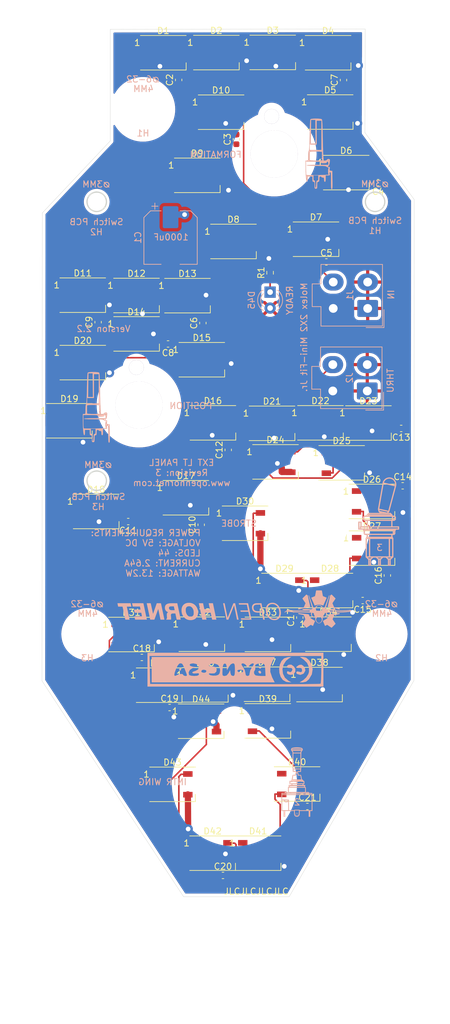
<source format=kicad_pcb>
(kicad_pcb (version 20211014) (generator pcbnew)
  (title_block (title "EXT LT PANEL") (date "2023-02-10") (rev "3"))
  (layers (0 "F.Cu" signal) (31 "B.Cu" signal) (34 "B.Paste" user) (35 "F.Paste" user) (36 "B.SilkS" user "B.Silkscreen") (37 "F.SilkS" user "F.Silkscreen") (38 "B.Mask" user) (39 "F.Mask" user) (44 "Edge.Cuts" user))
  (net 0 "")
  (net 1 "Net-(D1-Pad2)")
  (net 2 "Net-(D2-Pad2)")
  (net 3 "Net-(D3-Pad2)")
  (net 4 "Net-(D4-Pad2)")
  (net 5 "Net-(D5-Pad2)")
  (net 6 "Net-(D10-Pad4)")
  (net 7 "Net-(D7-Pad2)")
  (net 8 "Net-(D10-Pad2)")
  (net 9 "Net-(D11-Pad2)")
  (net 10 "Net-(D12-Pad2)")
  (net 11 "Net-(D13-Pad2)")
  (net 12 "Net-(D14-Pad2)")
  (net 13 "Net-(D15-Pad2)")
  (net 14 "Net-(D16-Pad2)")
  (net 15 "Net-(D17-Pad2)")
  (net 16 "Net-(D18-Pad2)")
  (net 17 "Net-(D19-Pad2)")
  (net 18 "Net-(D20-Pad2)")
  (net 19 "Net-(D21-Pad2)")
  (net 20 "Net-(D22-Pad2)")
  (net 21 "Net-(D23-Pad2)")
  (net 22 "Net-(D24-Pad2)")
  (net 23 "Net-(D25-Pad2)")
  (net 24 "Net-(D26-Pad2)")
  (net 25 "Net-(D27-Pad2)")
  (net 26 "Net-(D28-Pad2)")
  (net 27 "Net-(D29-Pad2)")
  (net 28 "Net-(D30-Pad2)")
  (net 29 "Net-(D31-Pad2)")
  (net 30 "Net-(D32-Pad2)")
  (net 31 "Net-(D33-Pad2)")
  (net 32 "Net-(D34-Pad2)")
  (net 33 "Net-(D35-Pad2)")
  (net 34 "Net-(D36-Pad2)")
  (net 35 "Net-(D37-Pad2)")
  (net 36 "Net-(D38-Pad2)")
  (net 37 "Net-(D39-Pad2)")
  (net 38 "Net-(D40-Pad2)")
  (net 39 "Net-(D41-Pad2)")
  (net 40 "Net-(D42-Pad2)")
  (net 41 "Net-(D43-Pad2)")
  (net 42 "Net-(D6-Pad2)")
  (net 43 "Net-(D8-Pad2)")
  (net 44 "/LEDGND")
  (net 45 "/LED+5V")
  (net 46 "/DATAIN")
  (net 47 "/DATAOUT")
  (net 48 "Net-(D45-Pad1)")
  (footprint "OH_Footprints:LED_WS2812B_PLCC4_5.0x5.0mm_P3.2mm" (layer "F.Cu") (at 111.365 31.064)
    (fp_text reference "D1")
    (fp_text value "WS2812B")
  )
  (footprint "OH_Footprints:LED_WS2812B_PLCC4_5.0x5.0mm_P3.2mm" (layer "F.Cu") (at 119.837 31.0388)
    (fp_text reference "D2")
    (fp_text value "WS2812B")
  )
  (footprint "OH_Footprints:LED_WS2812B_PLCC4_5.0x5.0mm_P3.2mm" (layer "F.Cu") (at 128.84 31.0132)
    (fp_text reference "D3")
    (fp_text value "WS2812B")
  )
  (footprint "OH_Footprints:LED_WS2812B_PLCC4_5.0x5.0mm_P3.2mm" (layer "F.Cu") (at 137.68 31.064)
    (fp_text reference "D4")
    (fp_text value "WS2812B")
  )
  (footprint "OH_Footprints:LED_WS2812B_PLCC4_5.0x5.0mm_P3.2mm" (layer "F.Cu") (at 138.012 40.5128)
    (fp_text reference "D5")
    (fp_text value "WS2812B")
  )
  (footprint "OH_Footprints:LED_WS2812B_PLCC4_5.0x5.0mm_P3.2mm" (layer "F.Cu") (at 140.575 50.1648)
    (fp_text reference "D6")
    (fp_text value "WS2812B")
  )
  (footprint "OH_Footprints:LED_WS2812B_PLCC4_5.0x5.0mm_P3.2mm" (layer "F.Cu") (at 135.749 60.782)
    (fp_text reference "D7")
    (fp_text value "WS2812B")
  )
  (footprint "OH_Footprints:LED_WS2812B_PLCC4_5.0x5.0mm_P3.2mm" (layer "F.Cu") (at 122.569 61.1376)
    (fp_text reference "D8")
    (fp_text value "WS2812B")
  )
  (footprint "OH_Footprints:LED_WS2812B_PLCC4_5.0x5.0mm_P3.2mm" (layer "F.Cu") (at 116.789 50.5968)
    (fp_text reference "D9")
    (fp_text value "WS2812B")
  )
  (footprint "OH_Footprints:LED_WS2812B_PLCC4_5.0x5.0mm_P3.2mm" (layer "F.Cu") (at 120.599 40.5384)
    (fp_text reference "D10")
    (fp_text value "WS2812B")
  )
  (footprint "OH_Footprints:LED_WS2812B_PLCC4_5.0x5.0mm_P3.2mm" (layer "F.Cu") (at 98.5012 69.6976)
    (fp_text reference "D11")
    (fp_text value "WS2812B")
  )
  (footprint "OH_Footprints:LED_WS2812B_PLCC4_5.0x5.0mm_P3.2mm" (layer "F.Cu") (at 107.086 69.7484)
    (fp_text reference "D12")
    (fp_text value "WS2812B")
  )
  (footprint "OH_Footprints:LED_WS2812B_PLCC4_5.0x5.0mm_P3.2mm" (layer "F.Cu") (at 115.226 69.7736)
    (fp_text reference "D13")
    (fp_text value "WS2812B")
  )
  (footprint "OH_Footprints:LED_WS2812B_PLCC4_5.0x5.0mm_P3.2mm" (layer "F.Cu") (at 107.098 75.8696)
    (fp_text reference "D14")
    (fp_text value "WS2812B")
  )
  (footprint "OH_Footprints:LED_WS2812B_PLCC4_5.0x5.0mm_P3.2mm" (layer "F.Cu") (at 117.512 79.9844)
    (fp_text reference "D15")
    (fp_text value "WS2812B")
  )
  (footprint "OH_Footprints:LED_WS2812B_PLCC4_5.0x5.0mm_P3.2mm" (layer "F.Cu") (at 119.29 90.0428)
    (fp_text reference "D16")
    (fp_text value "WS2812B")
  )
  (footprint "OH_Footprints:LED_WS2812B_PLCC4_5.0x5.0mm_P3.2mm" (layer "F.Cu") (at 114.972 101.981)
    (fp_text reference "D17")
    (fp_text value "WS2812B")
  )
  (footprint "OH_Footprints:LED_WS2812B_PLCC4_5.0x5.0mm_P3.2mm" (layer "F.Cu") (at 100.646 104.165)
    (fp_text reference "D18")
    (fp_text value "WS2812B")
  )
  (footprint "OH_Footprints:LED_WS2812B_PLCC4_5.0x5.0mm_P3.2mm" (layer "F.Cu") (at 96.3676 89.7128)
    (fp_text reference "D19")
    (fp_text value "WS2812B")
  )
  (footprint "OH_Footprints:LED_WS2812B_PLCC4_5.0x5.0mm_P3.2mm" (layer "F.Cu") (at 98.5128 80.4416)
    (fp_text reference "D20")
    (fp_text value "WS2812B")
  )
  (footprint "OH_Footprints:LED_WS2812B_PLCC4_5.0x5.0mm_P3.2mm" (layer "F.Cu") (at 128.727 90.1192)
    (fp_text reference "D21")
    (fp_text value "WS2812B")
  )
  (footprint "OH_Footprints:LED_WS2812B_PLCC4_5.0x5.0mm_P3.2mm" (layer "F.Cu") (at 136.46 90.0428)
    (fp_text reference "D22")
    (fp_text value "WS2812B")
  )
  (footprint "OH_Footprints:LED_WS2812B_PLCC4_5.0x5.0mm_P3.2mm" (layer "F.Cu") (at 144.12 90.0684)
    (fp_text reference "D23")
    (fp_text value "WS2812B")
  )
  (footprint "OH_Footprints:LED_WS2812B_PLCC4_5.0x5.0mm_P3.2mm" (layer "F.Cu") (at 129.286 96.266)
    (fp_text reference "D24")
    (fp_text value "WS2812B")
  )
  (footprint "OH_Footprints:LED_WS2812B_PLCC4_5.0x5.0mm_P3.2mm" (layer "F.Cu") (at 139.852 96.4184)
    (fp_text reference "D25")
    (fp_text value "WS2812B")
  )
  (footprint "OH_Footprints:LED_WS2812B_PLCC4_5.0x5.0mm_P3.2mm" (layer "F.Cu") (at 144.678 102.565)
    (fp_text reference "D26")
    (fp_text value "WS2812B")
  )
  (footprint "OH_Footprints:LED_WS2812B_PLCC4_5.0x5.0mm_P3.2mm" (layer "F.Cu") (at 144.69 110.007)
    (fp_text reference "D27")
    (fp_text value "WS2812B")
  )
  (footprint "OH_Footprints:LED_WS2812B_PLCC4_5.0x5.0mm_P3.2mm" (layer "F.Cu") (at 137.984 116.764)
    (fp_text reference "D28")
    (fp_text value "WS2812B")
  )
  (footprint "OH_Footprints:LED_WS2812B_PLCC4_5.0x5.0mm_P3.2mm" (layer "F.Cu") (at 130.72 116.764)
    (fp_text reference "D29")
    (fp_text value "WS2812B")
  )
  (footprint "OH_Footprints:LED_WS2812B_PLCC4_5.0x5.0mm_P3.2mm" (layer "F.Cu") (at 124.421 106.045)
    (fp_text reference "D30")
    (fp_text value "WS2812B")
  )
  (footprint "OH_Footprints:LED_WS2812B_PLCC4_5.0x5.0mm_P3.2mm" (layer "F.Cu") (at 106.285 123.774)
    (fp_text reference "D31")
    (fp_text value "WS2812B")
  )
  (footprint "OH_Footprints:LED_WS2812B_PLCC4_5.0x5.0mm_P3.2mm" (layer "F.Cu") (at 117.512 123.723)
    (fp_text reference "D32")
    (fp_text value "WS2812B")
  )
  (footprint "OH_Footprints:LED_WS2812B_PLCC4_5.0x5.0mm_P3.2mm" (layer "F.Cu") (at 128.067 123.749)
    (fp_text reference "D33")
    (fp_text value "WS2812B")
  )
  (footprint "OH_Footprints:LED_WS2812B_PLCC4_5.0x5.0mm_P3.2mm" (layer "F.Cu") (at 137.73 123.723)
    (fp_text reference "D34")
    (fp_text value "WS2812B")
  )
  (footprint "OH_Footprints:LED_WS2812B_PLCC4_5.0x5.0mm_P3.2mm" (layer "F.Cu") (at 110.705 131.851)
    (fp_text reference "D35")
    (fp_text value "WS2812B")
  )
  (footprint "OH_Footprints:LED_WS2812B_PLCC4_5.0x5.0mm_P3.2mm" (layer "F.Cu") (at 118.071 131.8)
    (fp_text reference "D36")
    (fp_text value "WS2812B")
  )
  (footprint "OH_Footprints:LED_WS2812B_PLCC4_5.0x5.0mm_P3.2mm" (layer "F.Cu") (at 127.926 131.699)
    (fp_text reference "D37")
    (fp_text value "WS2812B")
  )
  (footprint "OH_Footprints:LED_WS2812B_PLCC4_5.0x5.0mm_P3.2mm" (layer "F.Cu") (at 136.308 131.75)
    (fp_text reference "D38")
    (fp_text value "WS2812B")
  )
  (footprint "OH_Footprints:LED_WS2812B_PLCC4_5.0x5.0mm_P3.2mm" (layer "F.Cu") (at 128.055 137.541)
    (fp_text reference "D39")
    (fp_text value "WS2812B")
  )
  (footprint "OH_Footprints:LED_WS2812B_PLCC4_5.0x5.0mm_P3.2mm" (layer "F.Cu") (at 132.729 147.599)
    (fp_text reference "D40")
    (fp_text value "WS2812B")
  )
  (footprint "OH_Footprints:LED_WS2812B_PLCC4_5.0x5.0mm_P3.2mm" (layer "F.Cu") (at 126.504 158.623)
    (fp_text reference "D41")
    (fp_text value "WS2812B")
  )
  (footprint "OH_Footprints:LED_WS2812B_PLCC4_5.0x5.0mm_P3.2mm" (layer "F.Cu") (at 119.239 158.623)
    (fp_text reference "D42")
    (fp_text value "WS2812B")
  )
  (footprint "OH_Footprints:LED_WS2812B_PLCC4_5.0x5.0mm_P3.2mm" (layer "F.Cu") (at 112.838 147.65)
    (fp_text reference "D43")
    (fp_text value "WS2812B")
  )
  (footprint "OH_Footprints:LED_WS2812B_PLCC4_5.0x5.0mm_P3.2mm" (layer "F.Cu") (at 117.41 137.592)
    (fp_text reference "D44")
    (fp_text value "WS2812B")
  )
  (footprint "Kicad Footprint Files:100SpxToggle" (layer "F.Cu") (at 146.406 107.137)
    (fp_text reference "G3" hide)
    (fp_text value "LOGO" hide)
  )
  (footprint "OH_Footprints:C_0603_1608Metric" (layer "F.Cu") (at 113.82 35.395 90)
    (fp_text reference "C2")
    (fp_text value "C")
  )
  (footprint "OH_Footprints:C_0603_1608Metric" (layer "F.Cu") (at 123.038 44.8639 90)
    (fp_text reference "C3")
    (fp_text value "C")
  )
  (footprint "OH_Footprints:C_0603_1608Metric" (layer "F.Cu") (at 145.674 51.7652 180)
    (fp_text reference "C4")
    (fp_text value "C")
  )
  (footprint "OH_Footprints:C_0603_1608Metric" (layer "F.Cu") (at 137.404 64.3966)
    (fp_text reference "C5")
    (fp_text value "C")
  )
  (footprint "OH_Footprints:C_0603_1608Metric" (layer "F.Cu") (at 117.686 74.1375 90)
    (fp_text reference "C6")
    (fp_text value "C")
  )
  (footprint "OH_Footprints:C_0603_1608Metric" (layer "F.Cu") (at 140.139 35.4153 90)
    (fp_text reference "C7")
    (fp_text value "C")
  )
  (footprint "OH_Footprints:C_0603_1608Metric" (layer "F.Cu") (at 112.123 77.4675 180)
    (fp_text reference "C8")
    (fp_text value "C")
  )
  (footprint "OH_Footprints:C_0603_1608Metric" (layer "F.Cu") (at 100.957 73.9977 90)
    (fp_text reference "C9")
    (fp_text value "C")
  )
  (footprint "OH_Footprints:C_0603_1608Metric" (layer "F.Cu") (at 117.419 106.291 90)
    (fp_text reference "C10")
    (fp_text value "C")
  )
  (footprint "OH_Footprints:C_0603_1608Metric" (layer "F.Cu") (at 105.766 105.771 180)
    (fp_text reference "C11")
    (fp_text value "C")
  )
  (footprint "OH_Footprints:C_0603_1608Metric" (layer "F.Cu") (at 121.735 94.356 90)
    (fp_text reference "C12")
    (fp_text value "C")
  )
  (footprint "OH_Footprints:C_0603_1608Metric" (layer "F.Cu") (at 149.352 90.932 180)
    (fp_text reference "C13")
    (fp_text value "C")
  )
  (footprint "OH_Footprints:R_0603_1608Metric" (layer "F.Cu") (at 128.422 66.1212 90)
    (fp_text reference "R1")
    (fp_text value "R")
  )
  (footprint "OH_Footprints:C_0603_1608Metric" (layer "F.Cu") (at 149.591 100.076)
    (fp_text reference "C14")
    (fp_text value "C")
  )
  (footprint "OH_Footprints:C_0603_1608Metric" (layer "F.Cu") (at 143.203 118.359 180)
    (fp_text reference "C15")
    (fp_text value "C")
  )
  (footprint "OH_Footprints:C_0603_1608Metric" (layer "F.Cu") (at 147.147 114.364 90)
    (fp_text reference "C16")
    (fp_text value "C")
  )
  (footprint "OH_Footprints:C_0603_1608Metric" (layer "F.Cu") (at 133.165 121.072 90)
    (fp_text reference "C17")
    (fp_text value "C")
  )
  (footprint "OH_Footprints:C_0603_1608Metric" (layer "F.Cu") (at 107.942 127.427)
    (fp_text reference "C18")
    (fp_text value "C")
  )
  (footprint "OH_Footprints:C_0603_1608Metric" (layer "F.Cu") (at 112.37 135.412)
    (fp_text reference "C19")
    (fp_text value "C")
  )
  (footprint "OH_Footprints:C_0603_1608Metric" (layer "F.Cu") (at 120.894 162.164)
    (fp_text reference "C20")
    (fp_text value "C")
  )
  (footprint "OH_Footprints:C_0603_1608Metric" (layer "F.Cu") (at 134.376 151.178)
    (fp_text reference "C21")
    (fp_text value "C")
  )
  (footprint "OH_Backlighting:100SPX_Toggle_13mm_x_18mm" (layer "F.Cu") (at 134.4104 106.2482 180)
    (fp_text reference "3" hide)
    (fp_text value "100SPX_Toggle_13mm_x_18mm" hide)
  )
  (footprint "OH_Backlighting:100SPX_Toggle_13mm_x_18mm" (layer "F.Cu") (at 122.7264 147.5232 180)
    (fp_text reference "4" hide)
    (fp_text value "100SPX_Toggle_13mm_x_18mm" hide)
  )
  (footprint "OH_Backlighting:BR10K_Pot_11mm_x_11mm" (layer "F.Cu") (at 107.4864 87.1982 -176)
    (fp_text reference "2" hide)
    (fp_text value "BR10K_Pot_11mm_x_11mm" hide)
  )
  (footprint "OH_Backlighting:BR10K_Pot_11mm_x_11mm" (layer "F.Cu") (at 129.0764 47.1932 -176)
    (fp_text reference "1" hide)
    (fp_text value "BR10K_Pot_11mm_x_11mm" hide)
  )
  (footprint "OH_Backlighting:OH_Panel_6-32_PHS" (layer "F.Cu") (at 108.1214 40.0812)
    (fp_text reference "5" hide)
    (fp_text value "OH_Panel_Fastner_Keepout" hide)
  )
  (footprint "OH_Backlighting:OH_Panel_6-32_PHS" (layer "F.Cu") (at 99.2314 123.7107)
    (fp_text reference "6" hide)
    (fp_text value "OH_Panel_Fastner_Keepout" hide)
  )
  (footprint "OH_Backlighting:OH_Panel_6-32_PHS" (layer "F.Cu") (at 146.2214 123.7107)
    (fp_text reference "7" hide)
    (fp_text value "OH_Panel_Fastner_Keepout" hide)
  )
  (footprint "OH_Footprints:CP_Elec_8x10" (layer "B.Cu") (at 112.527 60.5168 -90)
    (fp_text reference "C1")
    (fp_text value "C_Polarized")
  )
  (footprint "OH_Footprints:Molex_Mini-Fit_Jr_5566-04A_2x02_P4.20mm_Vertical" (layer "B.Cu") (at 144.003 71.8083 90)
    (fp_text reference "J1")
    (fp_text value "Conn_01x04_Female")
  )
  (footprint "OH_Footprints:Molex_Mini-Fit_Jr_5566-04A_2x02_P4.20mm_Vertical" (layer "B.Cu") (at 143.934 84.9605 90)
    (fp_text reference "J2")
    (fp_text value "Conn_01x04_Female")
  )
  (footprint "Kicad Footprint Files:BR10KPot" (layer "B.Cu") (at 136.1948 47.1424 180)
    (fp_text reference "G1" hide)
    (fp_text value "LOGO" hide)
  )
  (footprint "Kicad Footprint Files:BR10KPot" (layer "B.Cu") (at 100.6348 87.5284 180)
    (fp_text reference "G2" hide)
    (fp_text value "LOGO" hide)
  )
  (footprint "Kicad Footprint Files:S2ALToggle" (layer "B.Cu") (at 132.842 147.4216 180)
    (fp_text reference "G4" hide)
    (fp_text value "LOGO" hide)
  )
  (footprint "OH_Footprints:LED_D3.0mm" (layer "B.Cu") (at 128.422 69.2125 -90)
    (fp_text reference "D45")
    (fp_text value "LED")
  )
  (footprint "OH_General:CC-BY-NC-SA-Small" (layer "B.Cu") (at 122.970144 129.3749 180)
    (fp_text reference "G***" hide)
    (fp_text value "LOGO" hide)
  )
  (footprint "OH_General:OH_LOGO_37.7mm_5.9mm" (layer "B.Cu") (at 122.89282 119.7229 180)
    (fp_text reference "G***" hide)
    (fp_text value "LOGO" hide)
  )
  (gr_line (start 102.9 45.1104) (end 102.9 27.3304) (layer "Edge.Cuts") (width 0.05))
  (gr_line (start 143.6116 27.2796) (end 143.5608 43.7896) (layer "Edge.Cuts") (width 0.05))
  (gr_line (start 114.6048 165.5572) (end 91.9988 131.1656) (layer "Edge.Cuts") (width 0.05))
  (gr_circle (center 100.7364 54.8132) (end 102.2864 54.8132) (layer "Edge.Cuts") (width 0.2) (fill none))
  (gr_line (start 151.384 121.3104) (end 151.384 131.1148) (layer "Edge.Cuts") (width 0.05))
  (gr_line (start 151.4348 54.4576) (end 151.384 121.3104) (layer "Edge.Cuts") (width 0.05))
  (gr_line (start 102.9 27.3304) (end 143.6116 27.2796) (layer "Edge.Cuts") (width 0.05))
  (gr_line (start 92.0496 56.5912) (end 102.9 45.1104) (layer "Edge.Cuts") (width 0.05))
  (gr_line (start 131.4704 165.5572) (end 114.6048 165.5572) (layer "Edge.Cuts") (width 0.05))
  (gr_line (start 151.384 131.1148) (end 131.4704 165.5572) (layer "Edge.Cuts") (width 0.05))
  (gr_line (start 91.9988 131.1656) (end 92.0496 56.5912) (layer "Edge.Cuts") (width 0.05))
  (gr_circle (center 100.7364 99.2632) (end 102.2864 99.2632) (layer "Edge.Cuts") (width 0.2) (fill none))
  (gr_circle (center 145.1864 54.8132) (end 146.7364 54.8132) (layer "Edge.Cuts") (width 0.2) (fill none))
  (gr_line (start 143.5608 43.7896) (end 151.4348 54.4576) (layer "Edge.Cuts") (width 0.05))
  (gr_text "Switch PCB\nH3" (at 100.9904 102.616) (layer "B.SilkS") (effects (font (size 1 1)) (justify mirror)))
  (gr_text "Molex 2X2 Mini-Fit Jr." (at 133.83768 76.40574 90) (layer "B.SilkS") (effects (font (size 1 1)) (justify mirror)))
  (gr_text "⌀3MM" (at 100.6856 52.0192) (layer "B.SilkS") (effects (font (size 1 1)) (justify mirror)))
  (gr_text "Switch PCB\nH1" (at 145.1864 58.6232) (layer "B.SilkS") (effects (font (size 1 1)) (justify mirror)))
  (gr_text "POSITION" (at 115.7732 87.3252) (layer "B.SilkS") (effects (font (size 1 1)) (justify mirror)))
  (gr_text "EXT LT PANEL\nRevision: 3\nwww.openhornet.com" (at 114.3 97.9932) (layer "B.SilkS") (effects (font (size 1 1)) (justify mirror)))
  (gr_text "IN" (at 147.73148 69.59854 90) (layer "B.SilkS") (effects (font (size 1 1)) (justify mirror)))
  (gr_text "FORMATION" (at 119.7356 47.2948) (layer "B.SilkS") (effects (font (size 1 1)) (justify mirror)))
  (gr_text "STROBE" (at 123.444 106.0704) (layer "B.SilkS") (effects (font (size 1 1)) (justify mirror)))
  (gr_text "READY" (at 131.5593 70.51802 90) (layer "B.SilkS") (effects (font (size 1 1)) (justify mirror)))
  (gr_text "3" (at 145.8976 109.9312) (layer "B.SilkS") (effects (font (size 1 1)) (justify mirror)))
  (gr_text "INTR WING" (at 111.252 147.2692) (layer "B.SilkS") (effects (font (size 1 1)) (justify mirror)))
  (gr_text "Version 2.2" (at 101.82606 75.05192) (layer "B.SilkS") (effects (font (size 1 1)) (justify mirror)))
  (gr_text "1000uF" (at 112.5982 60.452) (layer "B.SilkS") (effects (font (size 1 1)) (justify mirror)))
  (gr_text "⌀3MM" (at 100.9904 96.7232) (layer "B.SilkS") (effects (font (size 1 1)) (justify mirror)))
  (gr_text "THRU" (at 147.62734 83.30438 90) (layer "B.SilkS") (effects (font (size 1 1)) (justify mirror)))
  (gr_text "POWER REQUIREMENTS:\nVOLTAGE: 5V DC\nLEDS: 44\nCURRENT: 2.64A\nWATTAGE: 13.2W" (at 117.4242 110.80242) (layer "B.SilkS") (effects (font (size 1 1)) (justify left mirror)))
  (gr_text "⌀3MM" (at 145.1864 51.9684) (layer "B.SilkS") (effects (font (size 1 1)) (justify mirror)))
  (gr_text "Switch PCB\nH2" (at 100.6856 58.8264) (layer "B.SilkS") (effects (font (size 1 1)) (justify mirror)))
  (gr_text "JLCJLCJLCJLC" (at 126.21 164.72) (layer "F.SilkS") (effects (font (size 1 1))))
  (segment (start 108.915 32.5656) (end 112.8671 28.6135) (width 0.25) (layer "F.Cu") (net 1))
  (segment (start 120.3864 28.6135) (end 121.2117 29.4388) (width 0.25) (layer "F.Cu") (net 1))
  (segment (start 112.8671 28.6135) (end 120.3864 28.6135) (width 0.25) (layer "F.Cu") (net 1))
  (segment (start 108.915 32.664) (end 108.915 32.5656) (width 0.25) (layer "F.Cu") (net 1))
  (segment (start 122.287 29.4388) (end 121.2117 29.4388) (width 0.25) (layer "F.Cu") (net 1))
  (segment (start 130.2147 29.4132) (end 128.3653 31.2626) (width 0.25) (layer "F.Cu") (net 2))
  (segment (start 131.29 29.4132) (end 130.2147 29.4132) (width 0.25) (layer "F.Cu") (net 2))
  (segment (start 117.387 32.6388) (end 118.4623 32.6388) (width 0.25) (layer "F.Cu") (net 2))
  (segment (start 128.3653 31.2626) (end 119.8385 31.2626) (width 0.25) (layer "F.Cu") (net 2))
  (segment (start 119.8385 31.2626) (end 118.4623 32.6388) (width 0.25) (layer "F.Cu") (net 2))
  (segment (start 127.4653 32.6132) (end 128.2906 31.7879) (width 0.25) (layer "F.Cu") (net 3))
  (segment (start 136.7308 31.7879) (end 139.0547 29.464) (width 0.25) (layer "F.Cu") (net 3))
  (segment (start 140.13 29.464) (end 139.0547 29.464) (width 0.25) (layer "F.Cu") (net 3))
  (segment (start 126.39 32.6132) (end 127.4653 32.6132) (width 0.25) (layer "F.Cu") (net 3))
  (segment (start 128.2906 31.7879) (end 136.7308 31.7879) (width 0.25) (layer "F.Cu") (net 3))
  (segment (start 136.3053 35.8314) (end 139.3867 38.9128) (width 0.25) (layer "F.Cu") (net 4))
  (segment (start 136.3053 32.664) (end 136.3053 35.8314) (width 0.25) (layer "F.Cu") (net 4))
  (segment (start 140.462 38.9128) (end 139.3867 38.9128) (width 0.25) (layer "F.Cu") (net 4))
  (segment (start 135.23 32.664) (end 136.3053 32.664) (width 0.25) (layer "F.Cu") (net 4))
  (segment (start 136.573 42.1128) (end 143.025 48.5648) (width 0.25) (layer "F.Cu") (net 5))
  (segment (start 135.562 42.1128) (end 136.573 42.1128) (width 0.25) (layer "F.Cu") (net 5))
  (segment (start 120.254599 41.732801) (end 123.049 38.9384) (width 0.25) (layer "F.Cu") (net 6))
  (segment (start 114.339 52.1968) (end 114.339 50.831802) (width 0.25) (layer "F.Cu") (net 6))
  (segment (start 120.254599 44.916203) (end 120.254599 41.732801) (width 0.25) (layer "F.Cu") (net 6))
  (segment (start 114.339 50.831802) (end 120.254599 44.916203) (width 0.25) (layer "F.Cu") (net 6))
  (segment (start 129.3793 59.5376) (end 125.019 59.5376) (width 0.25) (layer "F.Cu") (net 7))
  (segment (start 132.2237 62.382) (end 129.3793 59.5376) (width 0.25) (layer "F.Cu") (net 7))
  (segment (start 133.299 62.382) (end 132.2237 62.382) (width 0.25) (layer "F.Cu") (net 7))
  (segment (start 117.0737 42.1384) (end 118.149 42.1384) (width 0.25) (layer "F.Cu") (net 8))
  (segment (start 100.9512 58.2609) (end 117.0737 42.1384) (width 0.25) (layer "F.Cu") (net 8))
  (segment (start 100.9512 68.0976) (end 100.9512 58.2609) (width 0.25) (layer "F.Cu") (net 8))
  (segment (start 99.4504 68.9737) (end 107.6354 68.9737) (width 0.25) (layer "F.Cu") (net 9))
  (segment (start 109.536 68.1484) (end 108.4607 68.1484) (width 0.25) (layer "F.Cu") (net 9))
  (segment (start 97.1265 71.2976) (end 99.4504 68.9737) (width 0.25) (layer "F.Cu") (net 9))
  (segment (start 107.6354 68.9737) (end 108.4607 68.1484) (width 0.25) (layer "F.Cu") (net 9))
  (segment (start 96.0512 71.2976) (end 97.1265 71.2976) (width 0.25) (layer "F.Cu") (net 9))
  (segment (start 117.676 68.1736) (end 116.6007 68.1736) (width 0.25) (layer "F.Cu") (net 10))
  (segment (start 104.636 71.3484) (end 105.7113 71.3484) (width 0.25) (layer "F.Cu") (net 10))
  (segment (start 105.7113 71.3484) (end 106.5366 70.5231) (width 0.25) (layer "F.Cu") (net 10))
  (segment (start 106.5366 70.5231) (end 114.2512 70.5231) (width 0.25) (layer "F.Cu") (net 10))
  (segment (start 114.2512 70.5231) (end 116.6007 68.1736) (width 0.25) (layer "F.Cu") (net 10))
  (segment (start 109.88 74.2696) (end 112.776 71.3736) (width 0.25) (layer "F.Cu") (net 11))
  (segment (start 109.548 74.2696) (end 109.88 74.2696) (width 0.25) (layer "F.Cu") (net 11))
  (segment (start 113.4062 78.2949) (end 106.5486 78.2949) (width 0.25) (layer "F.Cu") (net 12))
  (segment (start 114.1421 77.559) (end 113.4062 78.2949) (width 0.25) (layer "F.Cu") (net 12))
  (segment (start 104.648 77.4696) (end 105.7233 77.4696) (width 0.25) (layer "F.Cu") (net 12))
  (segment (start 118.8867 78.3844) (end 118.0613 77.559) (width 0.25) (layer "F.Cu") (net 12))
  (segment (start 118.0613 77.559) (end 114.1421 77.559) (width 0.25) (layer "F.Cu") (net 12))
  (segment (start 119.962 78.3844) (end 118.8867 78.3844) (width 0.25) (layer "F.Cu") (net 12))
  (segment (start 106.5486 78.2949) (end 105.7233 77.4696) (width 0.25) (layer "F.Cu") (net 12))
  (segment (start 115.062 81.5844) (end 115.062 81.7648) (width 0.25) (layer "F.Cu") (net 13))
  (segment (start 115.062 81.7648) (end 121.74 88.4428) (width 0.25) (layer "F.Cu") (net 13))
  (segment (start 116.84 91.6428) (end 117.9153 91.6428) (width 0.25) (layer "F.Cu") (net 14))
  (segment (start 117.9153 91.6428) (end 117.9153 92.2823) (width 0.25) (layer "F.Cu") (net 14))
  (segment (start 117.9153 92.2823) (end 118.4973 92.8643) (width 0.25) (layer "F.Cu") (net 14))
  (segment (start 117.422 100.381) (end 118.4973 100.381) (width 0.25) (layer "F.Cu") (net 14))
  (segment (start 118.4973 92.8643) (end 118.4973 100.381) (width 0.25) (layer "F.Cu") (net 14))
  (segment (start 103.096 102.565) (end 104.1713 102.565) (width 0.25) (layer "F.Cu") (net 15))
  (segment (start 105.1873 103.581) (end 104.1713 102.565) (width 0.25) (layer "F.Cu") (net 15))
  (segment (start 112.522 103.581) (end 105.1873 103.581) (width 0.25) (layer "F.Cu") (net 15))
  (segment (start 97.120999 89.809401) (end 98.8176 88.1128) (width 0.25) (layer "F.Cu") (net 16))
  (segment (start 98.196 105.765) (end 97.120999 104.689999) (width 0.25) (layer "F.Cu") (net 16))
  (segment (start 97.120999 104.689999) (end 97.120999 89.809401) (width 0.25) (layer "F.Cu") (net 16))
  (segment (start 99.887799 84.592601) (end 99.887799 79.916601) (width 0.25) (layer "F.Cu") (net 17))
  (segment (start 99.887799 79.916601) (end 100.9628 78.8416) (width 0.25) (layer "F.Cu") (net 17))
  (segment (start 93.9176 90.5628) (end 99.887799 84.592601) (width 0.25) (layer "F.Cu") (net 17))
  (segment (start 93.9176 91.3128) (end 93.9176 90.5628) (width 0.25) (layer "F.Cu") (net 17))
  (segment (start 130.1017 88.5192) (end 131.177 88.5192) (width 0.25) (layer "F.Cu") (net 18))
  (segment (start 96.0628 81.2916) (end 99.3382 78.0162) (width 0.25) (layer "F.Cu") (net 18))
  (segment (start 123.7024 87.6939) (end 129.2764 87.6939) (width 0.25) (layer "F.Cu") (net 18))
  (segment (start 129.2764 87.6939) (end 130.1017 88.5192) (width 0.25) (layer "F.Cu") (net 18))
  (segment (start 115.6686 79.6601) (end 123.7024 87.6939) (width 0.25) (layer "F.Cu") (net 18))
  (segment (start 102.3985 78.0162) (end 104.0424 79.6601) (width 0.25) (layer "F.Cu") (net 18))
  (segment (start 104.0424 79.6601) (end 115.6686 79.6601) (width 0.25) (layer "F.Cu") (net 18))
  (segment (start 99.3382 78.0162) (end 102.3985 78.0162) (width 0.25) (layer "F.Cu") (net 18))
  (segment (start 96.0628 82.0416) (end 96.0628 81.2916) (width 0.25) (layer "F.Cu") (net 18))
  (segment (start 127.3523 91.7192) (end 128.2541 90.8174) (width 0.25) (layer "F.Cu") (net 19))
  (segment (start 128.2541 90.8174) (end 135.4601 90.8174) (width 0.25) (layer "F.Cu") (net 19))
  (segment (start 135.4601 90.8174) (end 137.8347 88.4428) (width 0.25) (layer "F.Cu") (net 19))
  (segment (start 138.91 88.4428) (end 137.8347 88.4428) (width 0.25) (layer "F.Cu") (net 19))
  (segment (start 126.277 91.7192) (end 127.3523 91.7192) (width 0.25) (layer "F.Cu") (net 19))
  (segment (start 134.01 91.6428) (end 135.5567 91.6428) (width 0.25) (layer "F.Cu") (net 20))
  (segment (start 137.9058 89.2937) (end 144.6694 89.2937) (width 0.25) (layer "F.Cu") (net 20))
  (segment (start 146.57 88.4684) (end 145.4947 88.4684) (width 0.25) (layer "F.Cu") (net 20))
  (segment (start 135.5567 91.6428) (end 137.9058 89.2937) (width 0.25) (layer "F.Cu") (net 20))
  (segment (start 144.6694 89.2937) (end 145.4947 88.4684) (width 0.25) (layer "F.Cu") (net 20))
  (segment (start 131.736 94.666) (end 132.8113 94.666) (width 0.25) (layer "F.Cu") (net 21))
  (segment (start 140.5947 91.6684) (end 138.4224 93.8407) (width 0.25) (layer "F.Cu") (net 21))
  (segment (start 133.6366 93.8407) (end 132.8113 94.666) (width 0.25) (layer "F.Cu") (net 21))
  (segment (start 138.4224 93.8407) (end 133.6366 93.8407) (width 0.25) (layer "F.Cu") (net 21))
  (segment (start 141.67 91.6684) (end 140.5947 91.6684) (width 0.25) (layer "F.Cu") (net 21))
  (segment (start 142.302 94.8184) (end 141.2267 94.8184) (width 0.25) (layer "F.Cu") (net 22))
  (segment (start 127.9113 97.866) (end 128.8891 98.8438) (width 0.25) (layer "F.Cu") (net 22))
  (segment (start 141.2267 95.9524) (end 141.2267 94.8184) (width 0.25) (layer "F.Cu") (net 22))
  (segment (start 126.836 97.866) (end 127.9113 97.866) (width 0.25) (layer "F.Cu") (net 22))
  (segment (start 128.8891 98.8438) (end 138.3353 98.8438) (width 0.25) (layer "F.Cu") (net 22))
  (segment (start 138.3353 98.8438) (end 141.2267 95.9524) (width 0.25) (layer "F.Cu") (net 22))
  (segment (start 141.4022 93.9674) (end 143.1742 93.9674) (width 0.25) (layer "F.Cu") (net 23))
  (segment (start 138.4773 96.8923) (end 141.4022 93.9674) (width 0.25) (layer "F.Cu") (net 23))
  (segment (start 147.128 100.965) (end 146.0527 100.965) (width 0.25) (layer "F.Cu") (net 23))
  (segment (start 137.402 98.0184) (end 138.4773 98.0184) (width 0.25) (layer "F.Cu") (net 23))
  (segment (start 138.4773 98.0184) (end 138.4773 96.8923) (width 0.25) (layer "F.Cu") (net 23))
  (segment (start 143.1742 93.9674) (end 146.0527 96.8459) (width 0.25) (layer "F.Cu") (net 23))
  (segment (start 146.0527 96.8459) (end 146.0527 100.965) (width 0.25) (layer "F.Cu") (net 23))
  (segment (start 143.3033 105.6456) (end 146.0647 108.407) (width 0.25) (layer "F.Cu") (net 24))
  (segment (start 142.228 104.165) (end 143.3033 104.165) (width 0.25) (layer "F.Cu") (net 24))
  (segment (start 147.14 108.407) (end 146.0647 108.407) (width 0.25) (layer "F.Cu") (net 24))
  (segment (start 143.3033 104.165) (end 143.3033 105.6456) (width 0.25) (layer "F.Cu") (net 24))
  (segment (start 140.434 114.709) (end 141.0933 114.0497) (width 0.25) (layer "F.Cu") (net 25))
  (segment (start 141.1647 113.9941) (end 141.2203 114.0497) (width 0.25) (layer "F.Cu") (net 25))
  (segment (start 141.0933 114.0497) (end 141.2203 114.0497) (width 0.25) (layer "F.Cu") (net 25))
  (segment (start 141.1647 111.607) (end 141.1647 113.9941) (width 0.25) (layer "F.Cu") (net 25))
  (segment (start 142.24 111.607) (end 141.1647 111.607) (width 0.25) (layer "F.Cu") (net 25))
  (segment (start 140.434 115.164) (end 140.434 114.709) (width 0.25) (layer "F.Cu") (net 25))
  (segment (start 134.4587 115.3774) (end 134.2453 115.164) (width 0.25) (layer "F.Cu") (net 26))
  (segment (start 135.534 118.364) (end 134.4587 118.364) (width 0.25) (layer "F.Cu") (net 26))
  (segment (start 134.4587 118.364) (end 134.4587 115.3774) (width 0.25) (layer "F.Cu") (net 26))
  (segment (start 133.17 115.164) (end 134.2453 115.164) (width 0.25) (layer "F.Cu") (net 26))
  (segment (start 125.7256 104.5151) (end 125.7256 116.8949) (width 0.25) (layer "F.Cu") (net 27))
  (segment (start 125.7957 104.445) (end 125.7256 104.5151) (width 0.25) (layer "F.Cu") (net 27))
  (segment (start 128.27 118.364) (end 127.1947 118.364) (width 0.25) (layer "F.Cu") (net 27))
  (segment (start 126.871 104.445) (end 125.7957 104.445) (width 0.25) (layer "F.Cu") (net 27))
  (segment (start 125.7256 116.8949) (end 127.1947 118.364) (width 0.25) (layer "F.Cu") (net 27))
  (segment (start 108.735 120.881) (end 121.971 107.645) (width 0.25) (layer "F.Cu") (net 28))
  (segment (start 108.735 122.174) (end 108.735 120.881) (width 0.25) (layer "F.Cu") (net 28))
  (segment (start 105.384 123.825) (end 105.2065 124.0025) (width 0.25) (layer "F.Cu") (net 29))
  (segment (start 118.26 123.825) (end 105.384 123.825) (width 0.25) (layer "F.Cu") (net 29))
  (segment (start 118.26 123.825) (end 119.962 122.123) (width 0.25) (layer "F.Cu") (net 29))
  (segment (start 103.835 125.374) (end 105.2065 124.0025) (width 0.25) (layer "F.Cu") (net 29))
  (segment (start 116.102701 124.282299) (end 126.047291 124.282299) (width 0.25) (layer "F.Cu") (net 30))
  (segment (start 126.047291 124.282299) (end 128.18059 122.149) (width 0.25) (layer "F.Cu") (net 30))
  (segment (start 115.062 125.323) (end 116.102701 124.282299) (width 0.25) (layer "F.Cu") (net 30))
  (segment (start 128.18059 122.149) (end 130.517 122.149) (width 0.25) (layer "F.Cu") (net 30))
  (segment (start 138.782401 123.520599) (end 140.18 122.123) (width 0.25) (layer "F.Cu") (net 31))
  (segment (start 125.617 125.349) (end 127.445401 123.520599) (width 0.25) (layer "F.Cu") (net 31))
  (segment (start 127.445401 123.520599) (end 138.782401 123.520599) (width 0.25) (layer "F.Cu") (net 31))
  (segment (start 135.28 125.323) (end 134.2047 125.323) (width 0.25) (layer "F.Cu") (net 32))
  (segment (start 113.155 130.251) (end 114.2303 130.251) (width 0.25) (layer "F.Cu") (net 32))
  (segment (start 134.2047 125.323) (end 131.3736 128.1541) (width 0.25) (layer "F.Cu") (net 32))
  (segment (start 115.9146 128.1541) (end 114.2303 129.8384) (width 0.25) (layer "F.Cu") (net 32))
  (segment (start 114.2303 129.8384) (end 114.2303 130.251) (width 0.25) (layer "F.Cu") (net 32))
  (segment (start 131.3736 128.1541) (end 115.9146 128.1541) (width 0.25) (layer "F.Cu") (net 32))
  (segment (start 120.521 130.2) (end 119.4457 130.2) (width 0.25) (layer "F.Cu") (net 33))
  (segment (start 109.3303 133.451) (end 111.6065 131.1748) (width 0.25) (layer "F.Cu") (net 33))
  (segment (start 108.255 133.451) (end 109.3303 133.451) (width 0.25) (layer "F.Cu") (net 33))
  (segment (start 111.6065 131.1748) (end 118.4709 131.1748) (width 0.25) (layer "F.Cu") (net 33))
  (segment (start 118.4709 131.1748) (end 119.4457 130.2) (width 0.25) (layer "F.Cu") (net 33))
  (segment (start 127.7745 131.6252) (end 129.3007 130.099) (width 0.25) (layer "F.Cu") (net 34))
  (segment (start 115.621 133.4) (end 116.6963 133.4) (width 0.25) (layer "F.Cu") (net 34))
  (segment (start 118.4711 131.6252) (end 127.7745 131.6252) (width 0.25) (layer "F.Cu") (net 34))
  (segment (start 116.6963 133.4) (end 118.4711 131.6252) (width 0.25) (layer "F.Cu") (net 34))
  (segment (start 130.376 130.099) (end 129.3007 130.099) (width 0.25) (layer "F.Cu") (net 34))
  (segment (start 128.2019 133.299) (end 130.5256 130.9753) (width 0.25) (layer "F.Cu") (net 35))
  (segment (start 130.5256 130.9753) (end 136.8574 130.9753) (width 0.25) (layer "F.Cu") (net 35))
  (segment (start 136.8574 130.9753) (end 137.6827 130.15) (width 0.25) (layer "F.Cu") (net 35))
  (segment (start 126.5513 133.299) (end 128.2019 133.299) (width 0.25) (layer "F.Cu") (net 35))
  (segment (start 138.758 130.15) (end 137.6827 130.15) (width 0.25) (layer "F.Cu") (net 35))
  (segment (start 125.476 133.299) (end 126.5513 133.299) (width 0.25) (layer "F.Cu") (net 35))
  (segment (start 131.267 135.941) (end 133.858 133.35) (width 0.25) (layer "F.Cu") (net 36))
  (segment (start 130.505 135.941) (end 131.267 135.941) (width 0.25) (layer "F.Cu") (net 36))
  (segment (start 126.6803 139.141) (end 133.5383 145.999) (width 0.25) (layer "F.Cu") (net 37))
  (segment (start 125.605 139.141) (end 126.6803 139.141) (width 0.25) (layer "F.Cu") (net 37))
  (segment (start 133.5383 145.999) (end 135.179 145.999) (width 0.25) (layer "F.Cu") (net 37))
  (segment (start 130.0293 157.023) (end 130.0293 150.8499) (width 0.25) (layer "F.Cu") (net 38))
  (segment (start 128.954 157.023) (end 130.0293 157.023) (width 0.25) (layer "F.Cu") (net 38))
  (segment (start 130.0293 150.8499) (end 129.2037 150.0243) (width 0.25) (layer "F.Cu") (net 38))
  (segment (start 130.279 149.199) (end 129.2037 149.199) (width 0.25) (layer "F.Cu") (net 38))
  (segment (start 129.2037 150.0243) (end 129.2037 149.199) (width 0.25) (layer "F.Cu") (net 38))
  (segment (start 122.9787 157.2374) (end 122.7643 157.023) (width 0.25) (layer "F.Cu") (net 39))
  (segment (start 122.9787 160.223) (end 122.9787 157.2374) (width 0.25) (layer "F.Cu") (net 39))
  (segment (start 121.689 157.023) (end 122.7643 157.023) (width 0.25) (layer "F.Cu") (net 39))
  (segment (start 124.054 160.223) (end 122.9787 160.223) (width 0.25) (layer "F.Cu") (net 39))
  (segment (start 115.288 146.05) (end 114.2127 146.05) (width 0.25) (layer "F.Cu") (net 40))
  (segment (start 113.8492 158.3585) (end 115.7137 160.223) (width 0.25) (layer "F.Cu") (net 40))
  (segment (start 114.2127 146.05) (end 113.8492 146.4135) (width 0.25) (layer "F.Cu") (net 40))
  (segment (start 116.789 160.223) (end 115.7137 160.223) (width 0.25) (layer "F.Cu") (net 40))
  (segment (start 113.8492 146.4135) (end 113.8492 158.3585) (width 0.25) (layer "F.Cu") (net 40))
  (segment (start 118.7847 135.992) (end 119.86 135.992) (width 0.25) (layer "F.Cu") (net 41))
  (segment (start 118.2443 141.2952) (end 118.2443 136.5324) (width 0.25) (layer "F.Cu") (net 41))
  (segment (start 110.388 149.1515) (end 118.2443 141.2952) (width 0.25) (layer "F.Cu") (net 41))
  (segment (start 110.388 149.25) (end 110.388 149.1515) (width 0.25) (layer "F.Cu") (net 41))
  (segment (start 118.2443 136.5324) (end 118.7847 135.992) (width 0.25) (layer "F.Cu") (net 41))
  (segment (start 138.199 59.182) (end 138.199 51.8388) (width 0.25) (layer "F.Cu") (net 42))
  (segment (start 138.199 51.8388) (end 138.125 51.7648) (width 0.25) (layer "F.Cu") (net 42))
  (segment (start 118.163999 50.071801) (end 118.163999 60.782599) (width 0.25) (layer "F.Cu") (net 43))
  (segment (start 119.239 48.9968) (end 118.163999 50.071801) (width 0.25) (layer "F.Cu") (net 43))
  (segment (start 118.163999 60.782599) (end 120.119 62.7376) (width 0.25) (layer "F.Cu") (net 43))
  (segment (start 140.18 126.96704) (end 140.18 126.96704) (width 1) (layer "F.Cu") (net 44))
  (segment (start 126.86792 113.30432) (end 126.871 113.30124) (width 1) (layer "F.Cu") (net 44))
  (segment (start 144.30756 97.9932) (end 144.28236 98.0184) (width 1) (layer "F.Cu") (net 44))
  (segment (start 115.33378 154.76728) (end 115.288 154.7215) (width 1) (layer "F.Cu") (net 44))
  (segment (start 119.32539 137.65149) (end 119.23522 137.56132) (width 1) (layer "F.Cu") (net 44))
  (segment (start 142.4105 118.364) (end 142.4155 118.359) (width 1) (layer "F.Cu") (net 44))
  (segment (start 147.147 112.3391) (end 147.147 113.5765) (width 1) (layer "F.Cu") (net 44))
  (segment (start 148.0203 90.932) (end 148.0203 91.6684) (width 1) (layer "F.Cu") (net 44))
  (segment (start 119.86 139.192) (end 119.86 138.1861) (width 1) (layer "F.Cu") (net 44))
  (segment (start 119.962 81.5844) (end 121.4123 81.5844) (width 1) (layer "F.Cu") (net 44))
  (segment (start 111.0004 77.4675) (end 110.9983 77.4696) (width 1) (layer "F.Cu") (net 44))
  (segment (start 141.1592 118.364) (end 141.5963 118.364) (width 1) (layer "F.Cu") (net 44))
  (segment (start 140.434 118.364) (end 141.1592 118.364) (width 1) (layer "F.Cu") (net 44))
  (segment (start 120.2897 92.4796) (end 120.2897 92.0222) (width 1) (layer "F.Cu") (net 44))
  (segment (start 117.9335 71.3736) (end 117.686 71.6211) (width 1) (layer "F.Cu") (net 44))
  (segment (start 122.287 32.6388) (end 123.7373 32.6388) (width 1) (layer "F.Cu") (net 44))
  (segment (start 113.815 32.664) (end 113.815 34.6025) (width 1) (layer "F.Cu") (net 44))
  (segment (start 121.6815 162.164) (end 121.689 162.1565) (width 1) (layer "F.Cu") (net 44))
  (segment (start 128.422 64.0391) (end 128.3233 63.9404) (width 1) (layer "F.Cu") (net 44))
  (segment (start 144.7772 91.3259) (end 145.1197 91.6684) (width 1) (layer "F.Cu") (net 44))
  (segment (start 109.7899 75.8696) (end 111.0004 77.0801) (width 1) (layer "F.Cu") (net 44))
  (segment (start 121.689 159.1309) (end 121.2916 158.7335) (width 1) (layer "F.Cu") (net 44))
  (segment (start 103.096 105.765) (end 101.6457 105.765) (width 1) (layer "F.Cu") (net 44))
  (segment (start 131.736 97.866) (end 130.2857 97.866) (width 1) (layer "F.Cu") (net 44))
  (segment (start 119.239 52.1968) (end 120.6893 52.1968) (width 1) (layer "F.Cu") (net 44))
  (segment (start 132.9953 116.764) (end 133.0827 116.8514) (width 1) (layer "F.Cu") (net 44))
  (segment (start 128.2246 63.9404) (end 128.2246 63.8417) (width 1) (layer "F.Cu") (net 44))
  (segment (start 142.302 98.0184) (end 144.30756 97.9932) (width 1) (layer "F.Cu") (net 44))
  (segment (start 102.7637 71.2493) (end 102.4498 71.2493) (width 1) (layer "F.Cu") (net 44))
  (segment (start 138.758 133.35) (end 137.3077 133.35) (width 1) (layer "F.Cu") (net 44))
  (segment (start 118.1498 125.3573) (end 118.4774 125.3573) (width 1) (layer "F.Cu") (net 44))
  (segment (start 110.6212 124.9381) (end 110.1853 125.374) (width 1) (layer "F.Cu") (net 44))
  (segment (start 144.7021 91.3259) (end 144.7772 91.3259) (width 1) (layer "F.Cu") (net 44))
  (segment (start 137.7552 60.9167) (end 137.7552 62.382) (width 1) (layer "F.Cu") (net 44))
  (segment (start 126.871 107.645) (end 126.86792 113.30432) (width 1) (layer "F.Cu") (net 44))
  (segment (start 113.1575 135.412) (end 113.1575 133.4535) (width 1) (layer "F.Cu") (net 44))
  (segment (start 138.199 61.3605) (end 137.6205 60.782) (width 1) (layer "F.Cu") (net 44))
  (segment (start 135.179 151.1625) (end 135.1635 151.178) (width 1) (layer "F.Cu") (net 44))
  (segment (start 128.3233 63.9404) (end 128.2246 63.9404) (width 1) (layer "F.Cu") (net 44))
  (segment (start 121.689 160.223) (end 121.689 159.1309) (width 1) (layer "F.Cu") (net 44))
  (segment (start 128.954 160.223) (end 130.4043 160.223) (width 1) (layer "F.Cu") (net 44))
  (segment (start 101.3124 73.2102) (end 102.4015 72.1211) (width 1) (layer "F.Cu") (net 44))
  (segment (start 113.815 34.6025) (end 113.82 34.6075) (width 1) (layer "F.Cu") (net 44))
  (segment (start 125.019 62.7376) (end 126.4693 62.7376) (width 1) (layer "F.Cu") (net 44))
  (segment (start 130.4043 160.4356) (end 130.4043 160.223) (width 1) (layer "F.Cu") (net 44))
  (segment (start 140.4904 34.6278) (end 141.5803 33.5379) (width 1) (layer "F.Cu") (net 44))
  (segment (start 123.049 42.1384) (end 121.5987 42.1384) (width 1) (layer "F.Cu") (net 44))
  (segment (start 144.9871 112.2442) (end 145.0525 112.2442) (width 1) (layer "F.Cu") (net 44))
  (segment (start 101.6235 105.7872) (end 101.6457 105.765) (width 1) (layer "F.Cu") (net 44))
  (segment (start 104.9725 105.765) (end 104.9785 105.771) (width 1) (layer "F.Cu") (net 44))
  (segment (start 129.0547 139.1379) (end 129.0547 139.141) (width 1) (layer "F.Cu") (net 44))
  (segment (start 108.0405 72.6613) (end 108.2231 72.6613) (width 1) (layer "F.Cu") (net 44))
  (segment (start 101.0982 105.7872) (end 101.6235 105.7872) (width 1) (layer "F.Cu") (net 44))
  (segment (start 150.3785 103.419) (end 150.3785 100.076) (width 1) (layer "F.Cu") (net 44))
  (segment (start 135.179 149.199) (end 135.179 151.1625) (width 1) (layer "F.Cu") (net 44))
  (segment (start 146.57 91.6684) (end 145.1197 91.6684) (width 1) (layer "F.Cu") (net 44))
  (segment (start 141.5963 120.2435) (end 141.5963 118.364) (width 1) (layer "F.Cu") (net 44))
  (segment (start 140.139 34.6278) (end 140.4904 34.6278) (width 1) (layer "F.Cu") (net 44))
  (segment (start 98.5481 93.1264) (end 98.8176 92.8569) (width 1) (layer "F.Cu") (net 44))
  (segment (start 136.8203 132.5526) (end 137.3077 133.04) (width 1) (layer "F.Cu") (net 44))
  (segment (start 148.5783 104.165) (end 149.6325 104.165) (width 1) (layer "F.Cu") (net 44))
  (segment (start 102.4498 71.2493) (end 102.4015 71.2976) (width 1) (layer "F.Cu") (net 44))
  (segment (start 118.191 69.6873) (end 117.9335 69.9448) (width 1) (layer "F.Cu") (net 44))
  (segment (start 130.2857 97.2091) (end 130.2857 97.866) (width 1) (layer "F.Cu") (net 44))
  (segment (start 141.5803 33.5379) (end 141.5803 33.0998) (width 1) (layer "F.Cu") (net 44))
  (segment (start 121.4588 52.9663) (end 120.6893 52.1968) (width 1) (layer "F.Cu") (net 44))
  (segment (start 108.735 125.374) (end 110.1853 125.374) (width 1) (layer "F.Cu") (net 44))
  (segment (start 129.4774 125.349) (end 128.724 124.5956) (width 1) (layer "F.Cu") (net 44))
  (segment (start 119.1759 92.0222) (end 120.2897 92.0222) (width 1) (layer "F.Cu") (net 44))
  (segment (start 131.29 32.6132) (end 129.8397 32.6132) (width 1) (layer "F.Cu") (net 44))
  (segment (start 145.0525 112.2442) (end 145.6897 111.607) (width 1) (layer "F.Cu") (net 44))
  (segment (start 142.1086 42.3091) (end 141.9123 42.1128) (width 1) (layer "F.Cu") (net 44))
  (segment (start 133.0827 118.364) (end 133.0827 120.2022) (width 1) (layer "F.Cu") (net 44))
  (segment (start 121.74 91.6428) (end 120.2897 91.6428) (width 1) (layer "F.Cu") (net 44))
  (segment (start 121.7775 52.9663) (end 121.4588 52.9663) (width 1) (layer "F.Cu") (net 44))
  (segment (start 100.9512 71.2976) (end 102.4015 71.2976) (width 1) (layer "F.Cu") (net 44))
  (segment (start 128.2246 63.8417) (end 127.5734 63.8417) (width 1) (layer "F.Cu") (net 44))
  (segment (start 122.4881 133.4525) (end 122.0238 133.4525) (width 1) (layer "F.Cu") (net 44))
  (segment (start 142.3838 42.3091) (end 142.1086 42.3091) (width 1) (layer "F.Cu") (net 44))
  (segment (start 146.4149 111.607) (end 147.147 112.3391) (width 1) (layer "F.Cu") (net 44))
  (segment (start 149.6325 104.3312) (end 149.6325 104.165) (width 1) (layer "F.Cu") (net 44))
  (segment (start 143.025 51.7648) (end 144.4753 51.7648) (width 1) (layer "F.Cu") (net 44))
  (segment (start 138.199 62.382) (end 138.199 61.3605) (width 1) (layer "F.Cu") (net 44))
  (segment (start 129.3405 33.2022) (end 129.8397 32.703) (width 1) (layer "F.Cu") (net 44))
  (segment (start 118.4774 125.3573) (end 118.5117 125.323) (width 1) (layer "F.Cu") (net 44))
  (segment (start 137.7552 62.382) (end 138.1915 62.8183) (width 1) (layer "F.Cu") (net 44))
  (segment (start 120.521 133.4) (end 121.9713 133.4) (width 1) (layer "F.Cu") (net 44))
  (segment (start 128.718 138.8012) (end 129.0547 139.1379) (width 1) (layer "F.Cu") (net 44))
  (segment (start 117.422 103.581) (end 115.9717 103.581) (width 1) (layer "F.Cu") (net 44))
  (segment (start 140.18 125.323) (end 140.18 126.96704) (width 1) (layer "F.Cu") (net 44))
  (segment (start 123.038 44.0764) (end 122.6891 44.0764) (width 1) (layer "F.Cu") (net 44))
  (segment (start 108.735 125.374) (end 108.735 127.4215) (width 1) (layer "F.Cu") (net 44))
  (segment (start 108.2231 72.6613) (end 109.536 71.3484) (width 1) (layer "F.Cu") (net 44))
  (segment (start 100.957 73.2102) (end 101.3124 73.2102) (width 1) (layer "F.Cu") (net 44))
  (segment (start 146.4149 111.607) (end 145.6897 111.607) (width 1) (layer "F.Cu") (net 44))
  (segment (start 141.8931 52.8967) (end 143.025 51.7648) (width 1) (layer "F.Cu") (net 44))
  (segment (start 133.17 118.364) (end 133.0827 118.364) (width 1) (layer "F.Cu") (net 44))
  (segment (start 121.3296 42.3219) (end 121.5987 42.3219) (width 1) (layer "F.Cu") (net 44))
  (segment (start 113.1575 136.8177) (end 113.1575 135.412) (width 1) (layer "F.Cu") (net 44))
  (segment (start 113.1575 133.4535) (end 113.155 133.451) (width 1) (layer "F.Cu") (net 44))
  (segment (start 142.5013 33.0998) (end 141.5803 33.0998) (width 1) (layer "F.Cu") (net 44))
  (segment (start 129.054 92.4617) (end 129.7267 91.789) (width 1) (layer "F.Cu") (net 44))
  (segment (start 137.4597 91.8635) (end 137.4597 91.6428) (width 1) (layer "F.Cu") (net 44))
  (segment (start 122.6891 44.0764) (end 121.5987 42.986) (width 1) (layer "F.Cu") (net 44))
  (segment (start 129.8397 32.703) (end 129.8397 32.6132) (width 1) (layer "F.Cu") (net 44))
  (segment (start 115.9717 103.4665) (end 115.9717 103.581) (width 1) (layer "F.Cu") (net 44))
  (segment (start 102.4275 82.056) (end 102.4131 82.0416) (width 1) (layer "F.Cu") (net 44))
  (segment (start 124.6726 32.3379) (end 124.0382 32.3379) (width 1) (layer "F.Cu") (net 44))
  (segment (start 115.6802 103.175) (end 115.9717 103.4665) (width 1) (layer "F.Cu") (net 44))
  (segment (start 122.0238 133.4525) (end 121.9713 133.4) (width 1) (layer "F.Cu") (net 44))
  (segment (start 102.4015 72.1211) (end 102.4015 71.2976) (width 1) (layer "F.Cu") (net 44))
  (segment (start 100.9628 82.0416) (end 102.4131 82.0416) (width 1) (layer "F.Cu") (net 44))
  (segment (start 144.8865 51.7652) (end 144.4757 51.7652) (width 1) (layer "F.Cu") (net 44))
  (segment (start 128.718 134.957) (end 128.718 138.8012) (width 1) (layer "F.Cu") (net 44))
  (segment (start 117.0601 105.5035) (end 115.9717 104.4151) (width 1) (layer "F.Cu") (net 44))
  (segment (start 146.57 91.6684) (end 148.0203 91.6684) (width 1) (layer "F.Cu") (net 44))
  (segment (start 111.8074 33.2213) (end 112.3647 32.664) (width 1) (layer "F.Cu") (net 44))
  (segment (start 135.1635 151.178) (end 135.1635 155.4638) (width 1) (layer "F.Cu") (net 44))
  (segment (start 131.177 91.7192) (end 129.7267 91.7192) (width 1) (layer "F.Cu") (net 44))
  (segment (start 141.5963 118.364) (end 142.4105 118.364) (width 1) (layer "F.Cu") (net 44))
  (segment (start 120.2897 92.0222) (end 120.2897 91.6428) (width 1) (layer "F.Cu") (net 44))
  (segment (start 121.4123 81.3885) (end 121.4123 81.5844) (width 1) (layer "F.Cu") (net 44))
  (segment (start 124.0382 32.3379) (end 123.7373 32.6388) (width 1) (layer "F.Cu") (net 44))
  (segment (start 121.689 162.1565) (end 121.689 160.223) (width 1) (layer "F.Cu") (net 44))
  (segment (start 133.0827 116.8514) (end 133.0827 118.364) (width 1) (layer "F.Cu") (net 44))
  (segment (start 119.86 138.1861) (end 119.32539 137.65149) (width 1) (layer "F.Cu") (net 44))
  (segment (start 113.815 32.664) (end 112.3647 32.664) (width 1) (layer "F.Cu") (net 44))
  (segment (start 109.548 77.4696) (end 110.9983 77.4696) (width 1) (layer "F.Cu") (net 44))
  (segment (start 98.8176 92.8569) (end 98.8176 91.3128) (width 1) (layer "F.Cu") (net 44))
  (segment (start 115.9717 104.4151) (end 115.9717 103.581) (width 1) (layer "F.Cu") (net 44))
  (segment (start 140.9417 52.8967) (end 141.8931 52.8967) (width 1) (layer "F.Cu") (net 44))
  (segment (start 121.3786 93.5685) (end 120.2897 92.4796) (width 1) (layer "F.Cu") (net 44))
  (segment (start 122.2086 80.5922) (end 121.4123 81.3885) (width 1) (layer "F.Cu") (net 44))
  (segment (start 117.676 71.3736) (end 117.9335 71.3736) (width 1) (layer "F.Cu") (net 44))
  (segment (start 130.505 139.141) (end 129.0547 139.141) (width 1) (layer "F.Cu") (net 44))
  (segment (start 108.735 127.4215) (end 108.7295 127.427) (width 1) (layer "F.Cu") (net 44))
  (segment (start 121.5987 42.986) (end 121.5987 42.3219) (width 1) (layer "F.Cu") (net 44))
  (segment (start 137.6205 60.782) (end 137.7552 60.9167) (width 1) (layer "F.Cu") (net 44))
  (segment (start 138.1915 62.8183) (end 138.1915 64.3966) (width 1) (layer "F.Cu") (net 44))
  (segment (start 121.5987 42.3219) (end 121.5987 42.1384) (width 1) (layer "F.Cu") (net 44))
  (segment (start 111.3355 77.4675) (end 111.0004 77.4675) (width 1) (layer "F.Cu") (net 44))
  (segment (start 129.7267 91.789) (end 129.7267 91.7192) (width 1) (layer "F.Cu") (net 44))
  (segment (start 138.199 62.382) (end 137.7552 62.382) (width 1) (layer "F.Cu") (net 44))
  (segment (start 130.517 125.349) (end 129.4774 125.349) (width 1) (layer "F.Cu") (net 44))
  (segment (start 102.7695 82.056) (end 102.4275 82.056) (width 1) (layer "F.Cu") (net 44))
  (segment (start 117.686 71.6211) (end 117.686 73.35) (width 1) (layer "F.Cu") (net 44))
  (segment (start 111.0004 77.0801) (end 111.0004 77.4675) (width 1) (layer "F.Cu") (net 44))
  (segment (start 130.6804 160.7117) (end 130.4043 160.4356) (width 1) (layer "F.Cu") (net 44))
  (segment (start 138.91 91.6428) (end 137.4597 91.6428) (width 1) (layer "F.Cu") (net 44))
  (segment (start 110.6314 124.9381) (end 110.6212 124.9381) (width 1) (layer "F.Cu") (net 44))
  (segment (start 135.1635 155.4638) (end 130.4043 160.223) (width 1) (layer "F.Cu") (net 44))
  (segment (start 117.419 105.5035) (end 117.0601 105.5035) (width 1) (layer "F.Cu") (net 44))
  (segment (start 103.096 105.765) (end 104.9725 105.765) (width 1) (layer "F.Cu") (net 44))
  (segment (start 117.9335 69.9448) (end 117.9335 71.3736) (width 1) (layer "F.Cu") (net 44))
  (segment (start 147.14 111.607) (end 146.4149 111.607) (width 1) (layer "F.Cu") (net 44))
  (segment (start 140.13 32.664) (end 141.5803 32.664) (width 1) (layer "F.Cu") (net 44))
  (segment (start 127.5734 63.8417) (end 126.4693 62.7376) (width 1) (layer "F.Cu") (net 44))
  (segment (start 141.5803 33.0998) (end 141.5803 32.664) (width 1) (layer "F.Cu") (net 44))
  (segment (start 137.3077 133.04) (end 137.3077 133.35) (width 1) (layer "F.Cu") (net 44))
  (segment (start 115.288 149.25) (end 115.33378 154.76728) (width 1) (layer "F.Cu") (net 44))
  (segment (start 147.128 104.165) (end 148.5783 104.165) (width 1) (layer "F.Cu") (net 44))
  (segment (start 110.8285 33.2213) (end 111.8074 33.2213) (width 1) (layer "F.Cu") (net 44))
  (segment (start 140.462 42.1128) (end 141.9123 42.1128) (width 1) (layer "F.Cu") (net 44))
  (segment (start 130.376 133.299) (end 128.718 134.957) (width 1) (layer "F.Cu") (net 44))
  (segment (start 149.6325 104.165) (end 150.3785 103.419) (width 1) (layer "F.Cu") (net 44))
  (segment (start 113.0506 136.9246) (end 113.1575 136.8177) (width 1) (layer "F.Cu") (net 44))
  (segment (start 128.422 65.3337) (end 128.422 64.0391) (width 1) (layer "F.Cu") (net 44))
  (segment (start 119.962 125.323) (end 118.5117 125.323) (width 1) (layer "F.Cu") (net 44))
  (segment (start 129.5839 96.5073) (end 130.2857 97.2091) (width 1) (layer "F.Cu") (net 44))
  (segment (start 121.735 93.5685) (end 121.3786 93.5685) (width 1) (layer "F.Cu") (net 44))
  (segment (start 137.0722 92.251) (end 137.4597 91.8635) (width 1) (layer "F.Cu") (net 44))
  (segment (start 148.5645 90.932) (end 148.0203 90.932) (width 1) (layer "F.Cu") (net 44))
  (segment (start 133.0827 120.2022) (end 133.165 120.2845) (width 1) (layer "F.Cu") (net 44))
  (segment (start 144.4757 51.7652) (end 144.4753 51.7648) (width 1) (layer "F.Cu") (net 44))
  (via (at 121.2916 158.7335) (size 1.5) (drill 0.75) (layers "F.Cu" "B.Cu") (net 44))
  (via (at 141.5963 120.2435) (size 1.5) (drill 0.75) (layers "F.Cu" "B.Cu") (net 44))
  (via (at 144.9871 112.2442) (size 1.5) (drill 0.75) (layers "F.Cu" "B.Cu") (net 44))
  (via (at 118.1498 125.3573) (size 1.5) (drill 0.75) (layers "F.Cu" "B.Cu") (net 44))
  (via (at 126.86792 113.30432) (size 1.5) (drill 0.75) (layers "F.Cu" "B.Cu") (net 44))
  (via (at 115.33378 154.76728) (size 1.5) (drill 0.75) (layers "F.Cu" "B.Cu") (net 44))
  (via (at 122.4881 133.4525) (size 1.5) (drill 0.75) (layers "F.Cu" "B.Cu") (net 44))
  (via (at 121.7775 52.9663) (size 1.5) (drill 0.75) (layers "F.Cu" "B.Cu") (net 44))
  (via (at 98.5481 93.1264) (size 1.5) (drill 0.75) (layers "F.Cu" "B.Cu") (net 44))
  (via (at 137.6205 60.782) (size 1.5) (drill 0.75) (layers "F.Cu" "B.Cu") (net 44))
  (via (at 132.9953 116.764) (size 1.5) (drill 0.75) (layers "F.Cu" "B.Cu") (net 44))
  (via (at 118.191 69.6873) (size 1.5) (drill 0.75) (layers "F.Cu" "B.Cu") (net 44))
  (via (at 109.7899 75.8696) (size 1.5) (drill 0.75) (layers "F.Cu" "B.Cu") (net 44))
  (via (at 110.8285 33.2213) (size 1.5) (drill 0.75) (layers "F.Cu" "B.Cu") (net 44))
  (via (at 121.3296 42.3219) (size 1.5) (drill 0.75) (layers "F.Cu" "B.Cu") (net 44))
  (via (at 119.1759 92.0222) (size 1.5) (drill 0.75) (layers "F.Cu" "B.Cu") (net 44))
  (via (at 136.8203 132.5526) (size 1.5) (drill 0.75) (layers "F.Cu" "B.Cu") (net 44))
  (via (at 140.9417 52.8967) (size 1.5) (drill 0.75) (layers "F.Cu" "B.Cu") (net 44))
  (via (at 129.3405 33.2022) (size 1.5) (drill 0.75) (layers "F.Cu" "B.Cu") (net 44))
  (via (at 108.0405 72.6613) (size 1.5) (drill 0.75) (layers "F.Cu" "B.Cu") (net 44))
  (via (at 129.054 92.4617) (size 1.5) (drill 0.75) (layers "F.Cu" "B.Cu") (net 44))
  (via (at 137.0722 92.251) (size 1.5) (drill 0.75) (layers "F.Cu" "B.Cu") (net 44))
  (via (at 115.6802 103.175) (size 1.5) (drill 0.75) (layers "F.Cu" "B.Cu") (net 44))
  (via (at 144.30756 97.9932) (size 1.5) (drill 0.75) (layers "F.Cu" "B.Cu") (net 44))
  (via (at 129.5839 96.5073) (size 1.5) (drill 0.75) (layers "F.Cu" "B.Cu") (net 44))
  (via (at 101.0982 105.7872) (size 1.5) (drill 0.75) (layers "F.Cu" "B.Cu") (net 44))
  (via (at 102.7637 71.2493) (size 1.5) (drill 0.75) (layers "F.Cu" "B.Cu") (net 44))
  (via (at 149.6325 104.3312) (size 1.5) (drill 0.75) (layers "F.Cu" "B.Cu") (net 44))
  (via (at 124.6726 32.3379) (size 1.5) (drill 0.75) (layers "F.Cu" "B.Cu") (net 44))
  (via (at 142.5013 33.0998) (size 1.5) (drill 0.75) (layers "F.Cu" "B.Cu") (net 44))
  (via (at 113.0506 136.9246) (size 1.5) (drill 0.75) (layers "F.Cu" "B.Cu") (net 44))
  (via (at 142.3838 42.3091) (size 1.5) (drill 0.75) (layers "F.Cu" "B.Cu") (net 44))
  (via (at 102.7695 82.056) (size 1.5) (drill 0.75) (layers "F.Cu" "B.Cu") (net 44))
  (via (at 144.7021 91.3259) (size 1.5) (drill 0.75) (layers "F.Cu" "B.Cu") (net 44))
  (via (at 128.724 124.5956) (size 1.5) (drill 0.75) (layers "F.Cu" "B.Cu") (net 44))
  (via (at 130.6804 160.7117) (size 1.5) (drill 0.75) (layers "F.Cu" "B.Cu") (net 44))
  (via (at 128.718 138.8012) (size 1.5) (drill 0.75) (layers "F.Cu" "B.Cu") (net 44))
  (via (at 128.2246 63.8417) (size 1.5) (drill 0.75) (layers "F.Cu" "B.Cu") (net 44))
  (via (at 110.6314 124.9381) (size 1.5) (drill 0.75) (layers "F.Cu" "B.Cu") (net 44))
  (via (at 119.32539 137.65149) (size 1.5) (drill 0.75) (layers "F.Cu" "B.Cu") (net 44))
  (via (at 140.18 126.96704) (size 1.5) (drill 0.75) (layers "F.Cu" "B.Cu") (net 44))
  (via (at 122.2086 80.5922) (size 1.5) (drill 0.75) (layers "F.Cu" "B.Cu") (net 44))
  (segment (start 125.289399 30.513801) (end 126.39 29.4132) (width 0.75) (layer "F.Cu") (net 45))
  (segment (start 133.976021 124.247999) (end 137.092779 124.247999) (width 0.75) (layer "F.Cu") (net 45))
  (segment (start 117.387 29.4388) (end 118.462001 30.513801) (width 0.75) (layer "F.Cu") (net 45))
  (segment (start 118.462001 30.513801) (end 125.289399 30.513801) (width 0.75) (layer "F.Cu") (net 45))
  (segment (start 137.092779 124.247999) (end 137.7696 124.92482) (width 0.75) (layer "F.Cu") (net 45))
  (segment (start 133.68274 124.54128) (end 133.976021 124.247999) (width 0.75) (layer "F.Cu") (net 45))
  (segment (start 132.95122 124.54128) (end 133.68274 124.54128) (width 0.75) (layer "F.Cu") (net 45))
  (via (at 114.7658 56.8532) (size 1.5) (drill 0.75) (layers "F.Cu" "B.Cu") (net 45))
  (segment (start 114.7658 56.8532) (end 112.9406 56.8532) (width 1) (layer "B.Cu") (net 45))
  (segment (start 112.9406 56.8532) (end 112.527 57.2668) (width 1) (layer "B.Cu") (net 45))
  (segment (start 124.1939 51.8772) (end 124.1939 38.3209) (width 0.25) (layer "F.Cu") (net 46))
  (segment (start 120.9603 35.0873) (end 118.0992 35.0873) (width 0.25) (layer "F.Cu") (net 46))
  (segment (start 114.8903 31.8784) (end 114.8903 29.464) (width 0.25) (layer "F.Cu") (net 46))
  (segment (start 134.3744 63.4797) (end 134.3744 61.6768) (width 0.25) (layer "F.Cu") (net 46))
  (segment (start 124.1939 38.3209) (end 120.9603 35.0873) (width 0.25) (layer "F.Cu") (net 46))
  (segment (start 114.8903 29.464) (end 113.815 29.464) (width 0.25) (layer "F.Cu") (net 46))
  (segment (start 133.7786 61.4619) (end 124.1939 51.8772) (width 0.25) (layer "F.Cu") (net 46))
  (segment (start 138.503 67.6083) (end 134.3744 63.4797) (width 0.25) (layer "F.Cu") (net 46))
  (segment (start 118.0992 35.0873) (end 114.8903 31.8784) (width 0.25) (layer "F.Cu") (net 46))
  (segment (start 134.3744 61.6768) (end 134.1595 61.4619) (width 0.25) (layer "F.Cu") (net 46))
  (segment (start 134.1595 61.4619) (end 133.7786 61.4619) (width 0.25) (layer "F.Cu") (net 46))
  (segment (start 118.9477 101.9116) (end 124.7626 96.0967) (width 0.25) (layer "F.Cu") (net 47))
  (segment (start 125.9096 90.367) (end 131.0939 90.367) (width 0.25) (layer "F.Cu") (net 47))
  (segment (start 114.96 139.192) (end 112.2686 139.192) (width 0.25) (layer "F.Cu") (net 47))
  (segment (start 138.434 80.7605) (end 133.15575 86.03875) (width 0.25) (layer "F.Cu") (net 47))
  (segment (start 124.7626 91.514) (end 125.9096 90.367) (width 0.25) (layer "F.Cu") (net 47))
  (segment (start 104.4983 122.9993) (end 104.7468 122.9993) (width 0.25) (layer "F.Cu") (net 47))
  (segment (start 132.5935 86.601) (end 133.15575 86.03875) (width 0.25) (layer "F.Cu") (net 47))
  (segment (start 104.7468 122.9993) (end 118.9477 108.7984) (width 0.25) (layer "F.Cu") (net 47))
  (segment (start 102.7597 124.7379) (end 104.4983 122.9993) (width 0.25) (layer "F.Cu") (net 47))
  (segment (start 132.5935 88.8674) (end 132.5935 86.601) (width 0.25) (layer "F.Cu") (net 47))
  (segment (start 131.0939 90.367) (end 132.5935 88.8674) (width 0.25) (layer "F.Cu") (net 47))
  (segment (start 112.2686 139.192) (end 102.7597 129.6831) (width 0.25) (layer "F.Cu") (net 47))
  (segment (start 102.7597 129.6831) (end 102.7597 124.7379) (width 0.25) (layer "F.Cu") (net 47))
  (segment (start 124.7626 96.0967) (end 124.7626 91.514) (width 0.25) (layer "F.Cu") (net 47))
  (segment (start 118.9477 108.7984) (end 118.9477 101.9116) (width 0.25) (layer "F.Cu") (net 47))
  (segment (start 128.422 69.2125) (end 128.422 66.9087) (width 0.25) (layer "F.Cu") (net 48))
  (zone (net 45) (net_name "/LED+5V") (layer "F.Cu") (connect_pads (clearance 0.508)) (min_thickness 0.254) (fill yes (thermal_gap 0.508) (thermal_bridge_width 0.508))
    (polygon (pts (xy 156.11348 24.94534) (xy 156.11348 183.98998) (xy 87.79764 182.68442) (xy 86.7537 24.45512)))
  )
  (zone (net 44) (net_name "/LEDGND") (layer "B.Cu") (connect_pads yes (clearance 0.508)) (min_thickness 0.254) (fill yes (thermal_gap 0.508) (thermal_bridge_width 0.508))
    (polygon (pts (xy 157.15742 24.11984) (xy 156.94914 185.82894) (xy 85.70976 184.15762) (xy 85.29066 22.6568)))
  )
)
</source>
